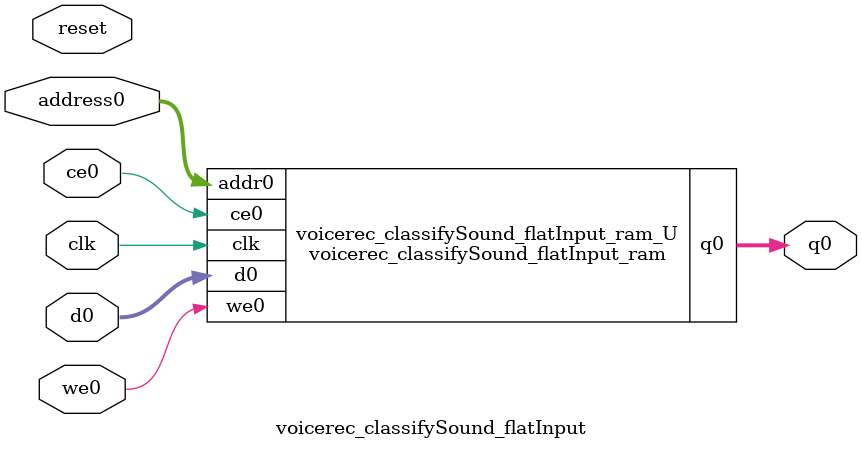
<source format=v>

`timescale 1 ns / 1 ps
module voicerec_classifySound_flatInput_ram (addr0, ce0, d0, we0, q0,  clk);

parameter DWIDTH = 32;
parameter AWIDTH = 10;
parameter MEM_SIZE = 882;

input[AWIDTH-1:0] addr0;
input ce0;
input[DWIDTH-1:0] d0;
input we0;
output reg[DWIDTH-1:0] q0;
input clk;

(* ram_style = "block" *)reg [DWIDTH-1:0] ram[MEM_SIZE-1:0];




always @(posedge clk)  
begin 
    if (ce0) 
    begin
        if (we0) 
        begin 
            ram[addr0] <= d0; 
            q0 <= d0;
        end 
        else 
            q0 <= ram[addr0];
    end
end


endmodule


`timescale 1 ns / 1 ps
module voicerec_classifySound_flatInput(
    reset,
    clk,
    address0,
    ce0,
    we0,
    d0,
    q0);

parameter DataWidth = 32'd32;
parameter AddressRange = 32'd882;
parameter AddressWidth = 32'd10;
input reset;
input clk;
input[AddressWidth - 1:0] address0;
input ce0;
input we0;
input[DataWidth - 1:0] d0;
output[DataWidth - 1:0] q0;



voicerec_classifySound_flatInput_ram voicerec_classifySound_flatInput_ram_U(
    .clk( clk ),
    .addr0( address0 ),
    .ce0( ce0 ),
    .d0( d0 ),
    .we0( we0 ),
    .q0( q0 ));

endmodule


</source>
